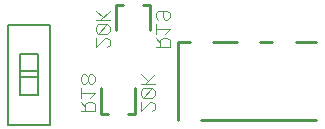
<source format=gbo>
G75*
%MOIN*%
%OFA0B0*%
%FSLAX25Y25*%
%IPPOS*%
%LPD*%
%AMOC8*
5,1,8,0,0,1.08239X$1,22.5*
%
%ADD10C,0.00500*%
%ADD11C,0.01000*%
%ADD12C,0.00400*%
D10*
X0020710Y0028868D02*
X0034490Y0028868D01*
X0034490Y0062332D01*
X0020710Y0062332D01*
X0020710Y0028868D01*
X0024647Y0038907D02*
X0030553Y0038907D01*
X0030553Y0046781D01*
X0024647Y0046781D01*
X0024647Y0044813D01*
X0024647Y0038907D01*
X0024647Y0044813D02*
X0030553Y0044813D01*
X0030553Y0046781D02*
X0030553Y0052687D01*
X0024647Y0052687D01*
X0024647Y0046781D01*
D11*
X0051391Y0041175D02*
X0051391Y0032710D01*
X0053754Y0032710D01*
X0060446Y0032710D02*
X0062809Y0032710D01*
X0062809Y0041175D01*
X0077069Y0030608D02*
X0077069Y0056592D01*
X0081100Y0056592D01*
X0088850Y0056592D02*
X0096850Y0056592D01*
X0104600Y0056592D02*
X0108600Y0056592D01*
X0116475Y0056592D02*
X0123131Y0056592D01*
X0123131Y0030608D02*
X0084850Y0030608D01*
X0067809Y0060525D02*
X0067809Y0068990D01*
X0065446Y0068990D01*
X0058754Y0068990D02*
X0056391Y0068990D01*
X0056391Y0060525D01*
D12*
X0054404Y0060171D02*
X0054404Y0061706D01*
X0053637Y0062473D01*
X0050567Y0059404D01*
X0049800Y0060171D01*
X0049800Y0061706D01*
X0050567Y0062473D01*
X0053637Y0062473D01*
X0054404Y0064008D02*
X0049800Y0064008D01*
X0051335Y0064008D02*
X0054404Y0067077D01*
X0052102Y0064775D02*
X0049800Y0067077D01*
X0054404Y0060171D02*
X0053637Y0059404D01*
X0050567Y0059404D01*
X0049800Y0057869D02*
X0049800Y0054800D01*
X0052869Y0057869D01*
X0053637Y0057869D01*
X0054404Y0057102D01*
X0054404Y0055567D01*
X0053637Y0054800D01*
X0048637Y0045765D02*
X0047869Y0045765D01*
X0047102Y0044998D01*
X0047102Y0043463D01*
X0047869Y0042696D01*
X0048637Y0042696D01*
X0049404Y0043463D01*
X0049404Y0044998D01*
X0048637Y0045765D01*
X0047102Y0044998D02*
X0046335Y0045765D01*
X0045567Y0045765D01*
X0044800Y0044998D01*
X0044800Y0043463D01*
X0045567Y0042696D01*
X0046335Y0042696D01*
X0047102Y0043463D01*
X0044800Y0041161D02*
X0044800Y0038092D01*
X0044800Y0036557D02*
X0046335Y0035023D01*
X0046335Y0035790D02*
X0046335Y0033488D01*
X0044800Y0033488D02*
X0049404Y0033488D01*
X0049404Y0035790D01*
X0048637Y0036557D01*
X0047102Y0036557D01*
X0046335Y0035790D01*
X0047869Y0038092D02*
X0049404Y0039627D01*
X0044800Y0039627D01*
X0064800Y0040394D02*
X0064800Y0038859D01*
X0065567Y0038092D01*
X0068637Y0041161D01*
X0065567Y0041161D01*
X0064800Y0040394D01*
X0065567Y0038092D02*
X0068637Y0038092D01*
X0069404Y0038859D01*
X0069404Y0040394D01*
X0068637Y0041161D01*
X0069404Y0042696D02*
X0064800Y0042696D01*
X0066335Y0042696D02*
X0069404Y0045765D01*
X0067102Y0043463D02*
X0064800Y0045765D01*
X0064800Y0036557D02*
X0064800Y0033488D01*
X0067869Y0036557D01*
X0068637Y0036557D01*
X0069404Y0035790D01*
X0069404Y0034256D01*
X0068637Y0033488D01*
X0069800Y0054800D02*
X0074404Y0054800D01*
X0074404Y0057102D01*
X0073637Y0057869D01*
X0072102Y0057869D01*
X0071335Y0057102D01*
X0071335Y0054800D01*
X0071335Y0056335D02*
X0069800Y0057869D01*
X0069800Y0059404D02*
X0069800Y0062473D01*
X0069800Y0060939D02*
X0074404Y0060939D01*
X0072869Y0059404D01*
X0072869Y0064008D02*
X0072102Y0064775D01*
X0072102Y0067077D01*
X0070567Y0067077D02*
X0073637Y0067077D01*
X0074404Y0066310D01*
X0074404Y0064775D01*
X0073637Y0064008D01*
X0072869Y0064008D01*
X0070567Y0064008D02*
X0069800Y0064775D01*
X0069800Y0066310D01*
X0070567Y0067077D01*
M02*

</source>
